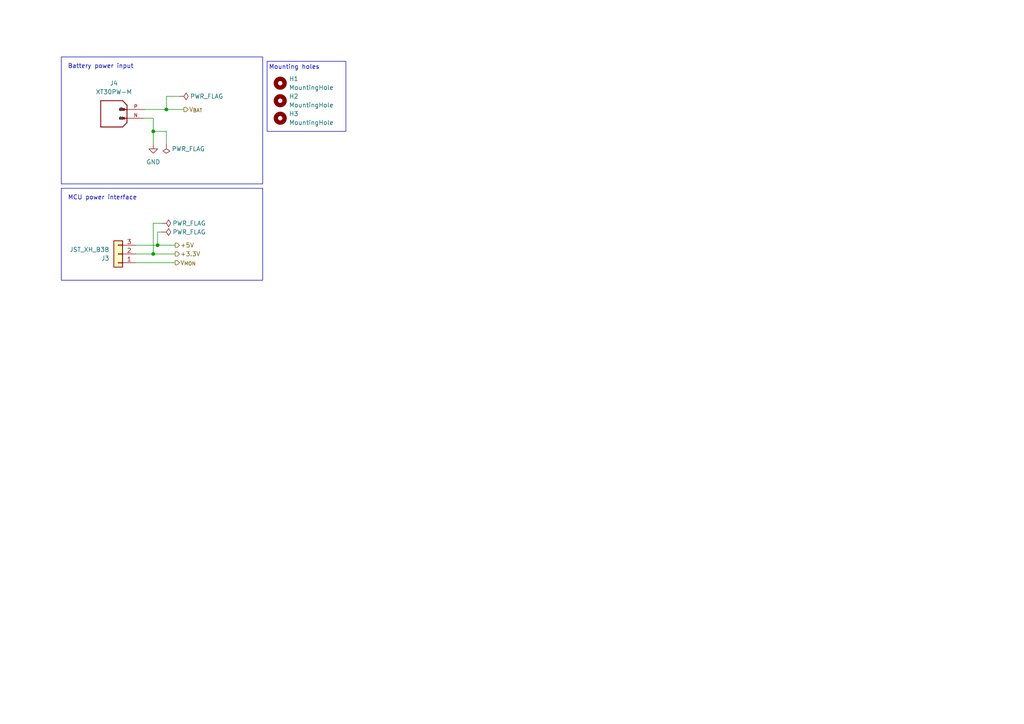
<source format=kicad_sch>
(kicad_sch (version 20250114) (generator "eeschema") (generator_version "9.0")
  (paper "A4")
  (title_block (title "SSL main board") (date "2025-04-28") (rev "V01") (comment 1 "https://creativecommons.org/licenses/by/4.0/") (comment 2 "License: CC BY 4.0 ") (comment 3 "Author: Oxebots Team"))
  (lib_symbols
    (symbol "Connector_Generic:Conn_01x03" (pin_names (offset 1.016) (hide yes))
      (property "Reference" "J" (at 0 5.08 0))
      (property "Value" "Conn_01x03" (at 0 -5.08 0))
      (symbol "Conn_01x03_1_1"
        (rectangle (start -1.27 3.81) (end 1.27 -3.81) (stroke (width 0.254)) (fill (type background)))
        (rectangle (start -1.27 2.667) (end 0 2.413) (stroke (width 0.1524)))
        (rectangle (start -1.27 0.127) (end 0 -0.127) (stroke (width 0.1524)))
        (rectangle (start -1.27 -2.413) (end 0 -2.667) (stroke (width 0.1524)))
        (pin passive line (at -5.08 2.54 0) (length 3.81) (name "Pin_1") (number "1"))
        (pin passive line (at -5.08 0 0) (length 3.81) (name "Pin_2") (number "2"))
        (pin passive line (at -5.08 -2.54 0) (length 3.81) (name "Pin_3") (number "3"))
      )
    )
    (symbol "Mechanical:MountingHole" (pin_names (offset 1.016)) (in_bom no)
      (property "Reference" "H" (at 0 5.08 0))
      (property "Value" "MountingHole" (at 0 3.175 0))
      (symbol "MountingHole_0_1"
        (circle (center 0 0) (radius 1.27) (stroke (width 1.27)))
      )
    )
    (symbol "XT30PW-M:XT30PW-M" (pin_names (offset 1.016))
      (property "Reference" "J" (at -7.62 3.302 0))
      (property "Value" "XT30PW-M" (at -7.62 -7.62 0))
      (symbol "XT30PW-M_0_0"
        (polyline (pts (xy -7.62 2.54) (xy -1.27 2.54)) (stroke (width 0.254)))
        (polyline (pts (xy -7.62 -5.08) (xy -7.62 2.54)) (stroke (width 0.254)))
        (rectangle (start -2.2225 -0.3175) (end -0.635 0.3175) (stroke (width 0.1)) (fill (type outline)))
        (rectangle (start -2.2225 -2.8575) (end -0.635 -2.2225) (stroke (width 0.1)) (fill (type outline)))
        (polyline (pts (xy -1.27 -5.08) (xy -7.62 -5.08)) (stroke (width 0.254)))
        (polyline (pts (xy 0 1.27) (xy -1.27 2.54)) (stroke (width 0.254)))
        (polyline (pts (xy 0 1.27) (xy 0 0)) (stroke (width 0.254)))
        (polyline (pts (xy 0 0) (xy -1.905 0)) (stroke (width 0.254)))
        (polyline (pts (xy 0 0) (xy 0 -3.81)) (stroke (width 0.254)))
        (polyline (pts (xy 0 -2.54) (xy -1.905 -2.54)) (stroke (width 0.254)))
        (polyline (pts (xy 0 -3.81) (xy -1.27 -5.08)) (stroke (width 0.254)))
        (pin power_in line (at 5.08 0 180) (length 5.08) (name "P") (number "P"))
        (pin power_in line (at 5.08 -2.54 180) (length 5.08) (name "N") (number "N"))
      )
    )
    (symbol "power:GND" (power) (pin_numbers (hide yes)) (pin_names (offset 0) (hide yes))
      (property "Value" "GND" (at 0 -3.81 0))
      (symbol "GND_0_1"
        (polyline (pts (xy 0 0) (xy 0 -1.27) (xy 1.27 -1.27) (xy 0 -2.54) (xy -1.27 -1.27) (xy 0 -1.27)))
      )
      (symbol "GND_1_1"
        (pin power_in line (at 0 0 270) (length 0) (name "~") (number "1"))
      )
    )
    (symbol "power:PWR_FLAG" (power) (pin_numbers (hide yes)) (pin_names (offset 0) (hide yes))
      (property "Value" "PWR_FLAG" (at 0 3.81 0))
      (symbol "PWR_FLAG_0_0"
        (pin power_out line (at 0 0 90) (length 0) (name "~") (number "1"))
      )
      (symbol "PWR_FLAG_0_1"
        (polyline (pts (xy 0 0) (xy 0 1.27) (xy -1.016 1.905) (xy 0 2.54) (xy 1.016 1.905) (xy 0 1.27)))
      )
    )
  )
  (rectangle (start 17.78 54.61) (end 76.2 81.28))
  (rectangle (start 17.78 16.51) (end 76.2 53.34))
  (rectangle (start 77.47 17.78) (end 100.33 38.1))
  (text "Mounting holes" (at 85.344 19.558 0) (effects (font (size 1.27 1.27))))
  (text "MCU power interface" (at 29.718 57.404 0) (effects (font (size 1.27 1.27))))
  (text "Battery power input" (at 29.21 19.304 0) (effects (font (size 1.27 1.27))))
  (junction (at 48.26 31.75))
  (junction (at 44.45 38.1))
  (junction (at 45.72 71.12))
  (junction (at 44.45 73.66))
  (wire (pts (xy 44.45 38.1) (xy 48.26 38.1)))
  (wire (pts (xy 41.91 34.29) (xy 44.45 34.29)))
  (wire (pts (xy 44.45 38.1) (xy 44.45 41.91)))
  (wire (pts (xy 41.91 31.75) (xy 48.26 31.75)))
  (wire (pts (xy 45.72 71.12) (xy 45.72 67.31)))
  (wire (pts (xy 39.37 76.2) (xy 50.8 76.2)))
  (wire (pts (xy 44.45 34.29) (xy 44.45 38.1)))
  (wire (pts (xy 48.26 31.75) (xy 48.26 27.94)))
  (wire (pts (xy 44.45 64.77) (xy 44.45 73.66)))
  (wire (pts (xy 44.45 73.66) (xy 50.8 73.66)))
  (wire (pts (xy 39.37 73.66) (xy 44.45 73.66)))
  (wire (pts (xy 52.07 27.94) (xy 48.26 27.94)))
  (wire (pts (xy 48.26 31.75) (xy 53.34 31.75)))
  (wire (pts (xy 48.26 41.91) (xy 48.26 38.1)))
  (wire (pts (xy 45.72 71.12) (xy 50.8 71.12)))
  (wire (pts (xy 46.99 67.31) (xy 45.72 67.31)))
  (wire (pts (xy 39.37 71.12) (xy 45.72 71.12)))
  (wire (pts (xy 46.99 64.77) (xy 44.45 64.77)))
  (hierarchical_label "+3.3V" (shape output) (at 50.8 73.66 0))
  (hierarchical_label "V_{BAT}" (shape output) (at 53.34 31.75 0))
  (hierarchical_label "+5V" (shape output) (at 50.8 71.12 0))
  (hierarchical_label "V_{MON}" (shape output) (at 50.8 76.2 0))
  (symbol (lib_id "power:PWR_FLAG") (at 46.99 67.31 270) (unit 1)
    (property "Reference" "#FLG03" (effects (hide yes)))
    (property "Value" "PWR_FLAG" (at 54.864 67.31 90))
    (property "Description" "Special symbol for telling ERC where power comes from" (effects (hide yes)))
  )
  (symbol (lib_id "power:PWR_FLAG") (at 46.99 64.77 270) (unit 1)
    (property "Reference" "#FLG02" (effects (hide yes)))
    (property "Value" "PWR_FLAG" (at 54.864 64.77 90))
    (property "Description" "Special symbol for telling ERC where power comes from" (effects (hide yes)))
  )
  (symbol (lib_id "Connector_Generic:Conn_01x03") (at 34.29 73.66 180) (unit 1)
    (property "Reference" "J3" (at 31.75 74.9301 0) (effects (justify left)))
    (property "Value" "JST_XH_B3B" (at 31.75 72.3901 0) (effects (justify left)))
    (property "Footprint" "Connector_JST:JST_XH_B3B-XH-A_1x03_P2.50mm_Vertical" (effects (hide yes)))
    (property "Description" "Generic connector, single row, 01x03, script generated (kicad-library-utils/schlib/autogen/connector/)" (effects (hide yes)))
  )
  (symbol (lib_id "Mechanical:MountingHole") (at 81.28 34.29 0) (unit 1) (in_bom no)
    (property "Reference" "H3" (at 83.82 33.0199 0) (effects (justify left)))
    (property "Value" "MountingHole" (at 83.82 35.5599 0) (effects (justify left)))
    (property "Footprint" "MountingHole:MountingHole_2.5mm_Pad_TopBottom" (effects (hide yes)))
    (property "Description" "Mounting Hole without connection" (effects (hide yes)))
  )
  (symbol (lib_id "power:PWR_FLAG") (at 52.07 27.94 270) (unit 1)
    (property "Reference" "#FLG05" (effects (hide yes)))
    (property "Value" "PWR_FLAG" (at 59.944 27.94 90))
    (property "Description" "Special symbol for telling ERC where power comes from" (effects (hide yes)))
  )
  (symbol (lib_id "power:PWR_FLAG") (at 48.26 41.91 180) (unit 1)
    (property "Reference" "#FLG04" (effects (hide yes)))
    (property "Value" "PWR_FLAG" (at 54.61 43.18 0))
    (property "Description" "Special symbol for telling ERC where power comes from" (effects (hide yes)))
  )
  (symbol (lib_id "power:GND") (at 44.45 41.91 0) (unit 1)
    (property "Reference" "#PWR038" (effects (hide yes)))
    (property "Value" "GND" (at 44.45 46.99 0))
    (property "Description" "Power symbol creates a global label with name \"GND\" , ground" (effects (hide yes)))
  )
  (symbol (lib_id "XT30PW-M:XT30PW-M") (at 36.83 31.75 0) (unit 1)
    (property "Reference" "J4" (at 33.02 24.13 0))
    (property "Value" "XT30PW-M" (at 33.02 26.67 0))
    (property "Footprint" "Oxebots:AMASS_XT30PW-M" (effects (hide yes)))
    (property "MF" "AMASS" (effects (hide yes)))
    (property "MAXIMUM_PACKAGE_HEIGHT" "5 mm" (effects (hide yes)))
    (property "Package" "None" (effects (hide yes)))
    (property "Price" "None" (effects (hide yes)))
    (property "Check_prices" "https://www.snapeda.com/parts/XT30PW-M/AMASS/view-part/?ref=eda" (effects (hide yes)))
    (property "STANDARD" "Manufacturer Recommendations" (effects (hide yes)))
    (property "PARTREV" "1.2" (effects (hide yes)))
    (property "SnapEDA_Link" "https://www.snapeda.com/parts/XT30PW-M/AMASS/view-part/?ref=snap" (effects (hide yes)))
    (property "MP" "XT30PW-M" (effects (hide yes)))
    (property "Description_1" "Socket; DC supply; XT30; male; PIN: 2; on PCBs; THT; Colour: yellow" (effects (hide yes)))
    (property "MANUFACTURER" "Amass" (effects (hide yes)))
    (property "Availability" "Not in stock" (effects (hide yes)))
    (property "SNAPEDA_PN" "XT30PW-M" (effects (hide yes)))
  )
  (symbol (lib_id "Mechanical:MountingHole") (at 81.28 29.21 0) (unit 1) (in_bom no)
    (property "Reference" "H2" (at 83.82 27.9399 0) (effects (justify left)))
    (property "Value" "MountingHole" (at 83.82 30.4799 0) (effects (justify left)))
    (property "Footprint" "MountingHole:MountingHole_2.5mm_Pad_TopBottom" (effects (hide yes)))
    (property "Description" "Mounting Hole without connection" (effects (hide yes)))
  )
  (symbol (lib_id "Mechanical:MountingHole") (at 81.28 24.13 0) (unit 1) (in_bom no)
    (property "Reference" "H1" (at 83.82 22.8599 0) (effects (justify left)))
    (property "Value" "MountingHole" (at 83.82 25.3999 0) (effects (justify left)))
    (property "Footprint" "MountingHole:MountingHole_2.5mm_Pad_TopBottom" (effects (hide yes)))
    (property "Description" "Mounting Hole without connection" (effects (hide yes)))
  )
)
</source>
